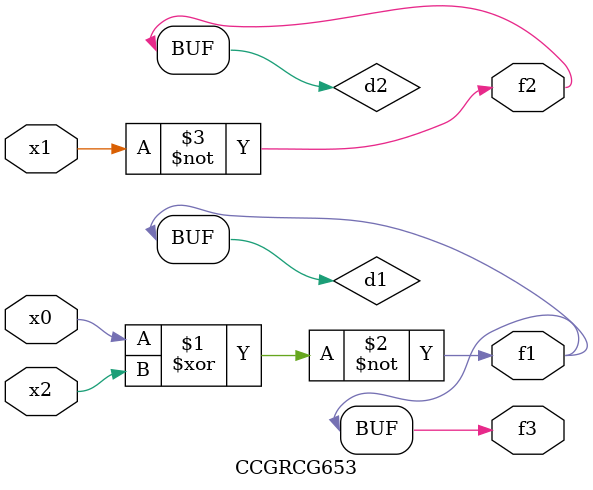
<source format=v>
module CCGRCG653(
	input x0, x1, x2,
	output f1, f2, f3
);

	wire d1, d2, d3;

	xnor (d1, x0, x2);
	nand (d2, x1);
	nor (d3, x1, x2);
	assign f1 = d1;
	assign f2 = d2;
	assign f3 = d1;
endmodule

</source>
